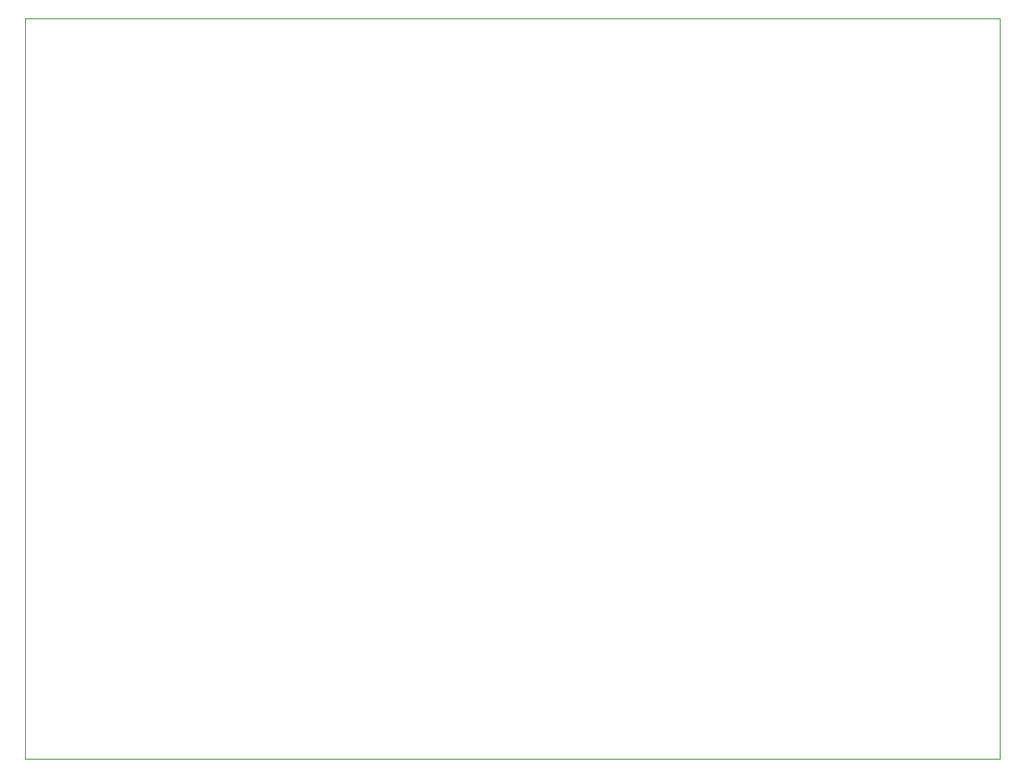
<source format=gm1>
G04 #@! TF.GenerationSoftware,KiCad,Pcbnew,(6.0.7)*
G04 #@! TF.CreationDate,2022-07-31T23:48:51-04:00*
G04 #@! TF.ProjectId,VUmeter,56556d65-7465-4722-9e6b-696361645f70,rev?*
G04 #@! TF.SameCoordinates,Original*
G04 #@! TF.FileFunction,Profile,NP*
%FSLAX46Y46*%
G04 Gerber Fmt 4.6, Leading zero omitted, Abs format (unit mm)*
G04 Created by KiCad (PCBNEW (6.0.7)) date 2022-07-31 23:48:51*
%MOMM*%
%LPD*%
G01*
G04 APERTURE LIST*
G04 #@! TA.AperFunction,Profile*
%ADD10C,0.100000*%
G04 #@! TD*
G04 APERTURE END LIST*
D10*
X226567000Y-158000000D02*
X127837000Y-158000000D01*
X127837000Y-158000000D02*
X127837000Y-83000000D01*
X127837000Y-83000000D02*
X226567000Y-83000000D01*
X226567000Y-83000000D02*
X226567000Y-158000000D01*
M02*

</source>
